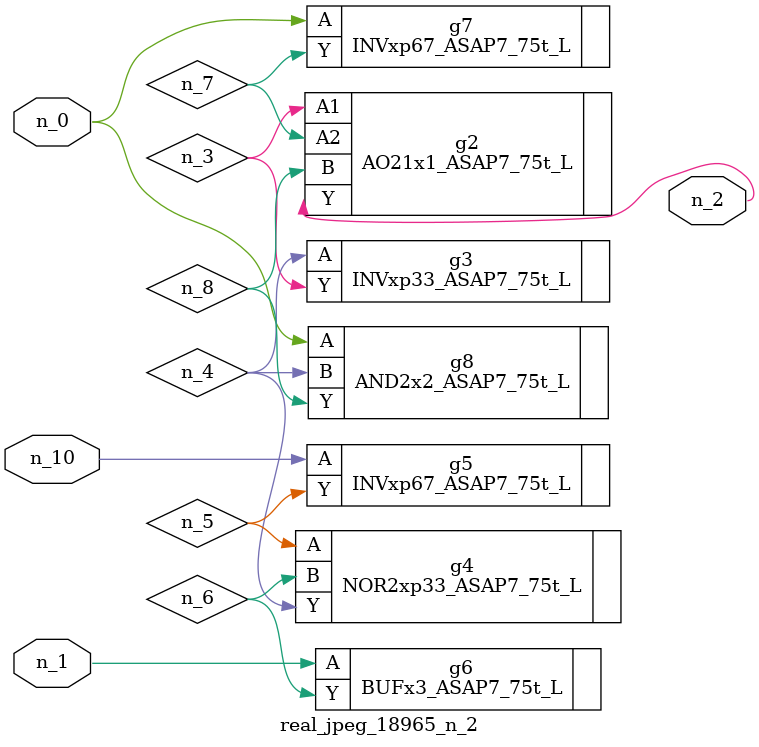
<source format=v>
module real_jpeg_18965_n_2 (n_1, n_10, n_0, n_2);

input n_1;
input n_10;
input n_0;

output n_2;

wire n_5;
wire n_4;
wire n_8;
wire n_6;
wire n_7;
wire n_3;

INVxp67_ASAP7_75t_L g7 ( 
.A(n_0),
.Y(n_7)
);

AND2x2_ASAP7_75t_L g8 ( 
.A(n_0),
.B(n_4),
.Y(n_8)
);

BUFx3_ASAP7_75t_L g6 ( 
.A(n_1),
.Y(n_6)
);

AO21x1_ASAP7_75t_L g2 ( 
.A1(n_3),
.A2(n_7),
.B(n_8),
.Y(n_2)
);

INVxp33_ASAP7_75t_L g3 ( 
.A(n_4),
.Y(n_3)
);

NOR2xp33_ASAP7_75t_L g4 ( 
.A(n_5),
.B(n_6),
.Y(n_4)
);

INVxp67_ASAP7_75t_L g5 ( 
.A(n_10),
.Y(n_5)
);


endmodule
</source>
